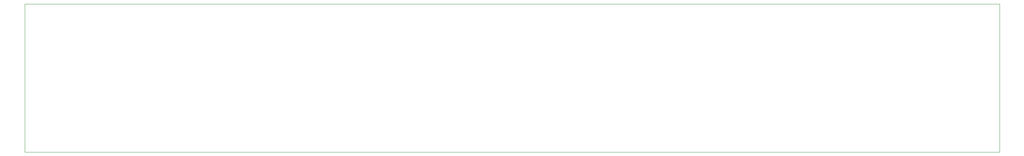
<source format=gm1>
G04 #@! TF.FileFunction,Profile,NP*
%FSLAX46Y46*%
G04 Gerber Fmt 4.6, Leading zero omitted, Abs format (unit mm)*
G04 Created by KiCad (PCBNEW 4.0.2-stable) date Vendredi 08 juillet 2016 18:35:17*
%MOMM*%
G01*
G04 APERTURE LIST*
%ADD10C,0.100000*%
G04 APERTURE END LIST*
D10*
X270640000Y-70000000D02*
X40640000Y-70000000D01*
X270640000Y-105000000D02*
X270640000Y-70000000D01*
X40640000Y-105000000D02*
X270640000Y-105000000D01*
X40640000Y-70000000D02*
X40640000Y-105000000D01*
M02*

</source>
